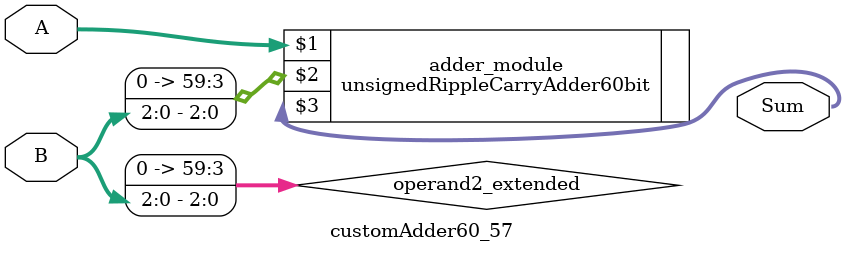
<source format=v>
module customAdder60_57(
                        input [59 : 0] A,
                        input [2 : 0] B,
                        
                        output [60 : 0] Sum
                );

        wire [59 : 0] operand2_extended;
        
        assign operand2_extended =  {57'b0, B};
        
        unsignedRippleCarryAdder60bit adder_module(
            A,
            operand2_extended,
            Sum
        );
        
        endmodule
        
</source>
